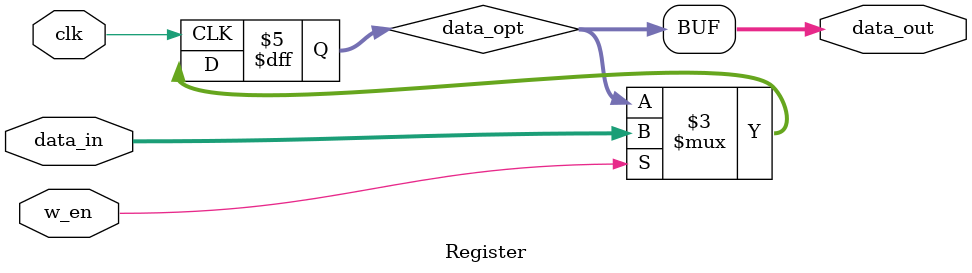
<source format=v>
`timescale 1ns / 1ps


module Register #(
    parameter REG_WIDTH = 28
)(
    input clk,
    input w_en,
    input  [(REG_WIDTH-1):0] data_in,
    output [(REG_WIDTH-1):0] data_out
    );

    reg [(REG_WIDTH-1):0] data_opt;
    
    assign data_out = data_opt;

    //register set at posedge clk
    always @(posedge clk)
    begin
        if(w_en == 1)
            data_opt<=data_in;
    end
        
endmodule

</source>
